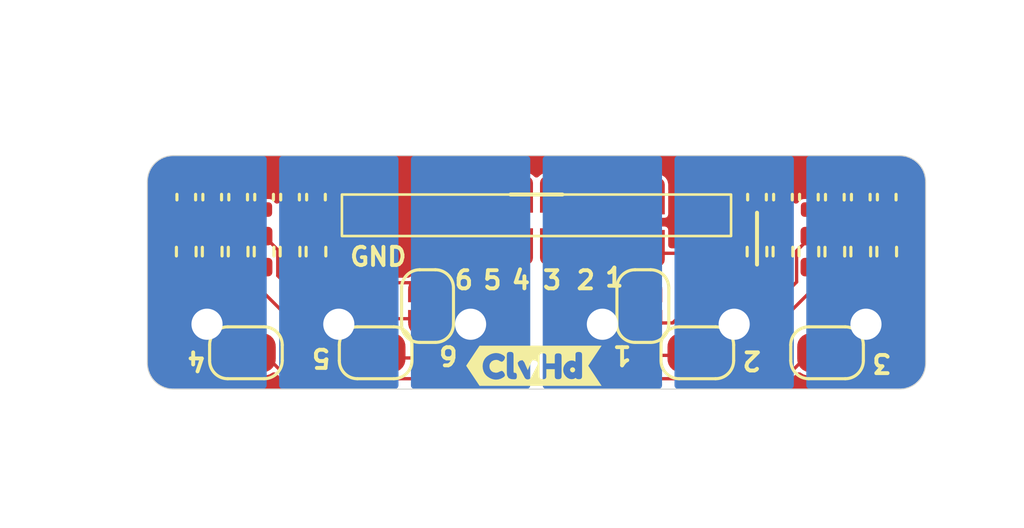
<source format=kicad_pcb>
(kicad_pcb (version 20240108) (generator "pcbnew") (generator_version "8.0")
  (title_block (title "ELectrodes") (date "2023-12-25") (rev "1.0") (company "Aightech"))
  (layers (0 "F.Cu" signal "Front") (1 "In1.Cu" signal) (2 "In2.Cu" signal) (31 "B.Cu" signal "Back") (34 "B.Paste" user) (35 "F.Paste" user) (36 "B.SilkS" user "B.Silkscreen") (37 "F.SilkS" user "F.Silkscreen") (38 "B.Mask" user) (39 "F.Mask" user) (44 "Edge.Cuts" user))
  (net 0 "")
  (net 1 "/IN6")
  (net 2 "/IN5")
  (net 3 "/IN4")
  (net 4 "/IN3")
  (net 5 "/IN2")
  (net 6 "/IN1")
  (net 7 "Net-(C1-Pad1)")
  (net 8 "Net-(C3-Pad1)")
  (net 9 "GND")
  (net 10 "Net-(C5-Pad1)")
  (net 11 "Net-(C7-Pad1)")
  (net 12 "Net-(C9-Pad1)")
  (net 13 "Net-(C11-Pad1)")
  (net 14 "/filtering_1/ELECTRODE")
  (net 15 "/filtering_2/ELECTRODE")
  (net 16 "/filtering_3/ELECTRODE")
  (net 17 "/filtering_4/ELECTRODE")
  (net 18 "/filtering_5/ELECTRODE")
  (net 19 "/filtering_6/ELECTRODE")
  (footprint "00_custom-footprints:SolderWirePad_1x01_SMD_1x2mm" (layer "F.Cu") (at 31.905 28.7 180)
    (property "Reference" "J14" (hide yes))
    (property "Value" "Conn_01x01_Pin" (hide yes))
    (pad "1" smd custom (at 0 -0.5 180) (size 1 1) (layers "F.Cu" "F.Mask") (net 5 "/IN2") (options (clearance outline) (anchor circle)) (primitives (gr_rect (start -0.5 0.15) (end 0.5 0.9) (width 0) (fill yes)) (gr_poly (pts (xy -0.5 -0.25) (xy -0.48097 -0.345671) (xy -0.426777 -0.426777) (xy -0.345671 -0.48097) (xy -0.25 -0.5) (xy 0.25 -0.5) (xy 0.345671 -0.48097) (xy 0.426777 -0.426777) (xy 0.48097 -0.345671) (xy 0.5 -0.25) (xy 0.5 0.25) (xy 0.48097 0.345671) (xy 0.426777 0.426777) (xy 0.345671 0.48097) (xy 0.25 0.5) (xy -0.25 0.5) (xy -0.345671 0.48097) (xy -0.426777 0.426777) (xy -0.48097 0.345671) (xy -0.5 0.25)) (width 0) (fill yes))))
  )
  (footprint "00_custom-footprints:SolderWirePad_1x01_SMD_1x2mm" (layer "F.Cu") (at 29.365 27.3)
    (property "Reference" "J4" (hide yes))
    (property "Value" "Conn_01x01_Pin" (hide yes))
    (pad "1" smd custom (at 0 -0.5) (size 1 1) (layers "F.Cu" "F.Mask") (net 3 "/IN4") (options (clearance outline) (anchor circle)) (primitives (gr_rect (start -0.5 0.15) (end 0.5 0.9) (width 0) (fill yes)) (gr_poly (pts (xy -0.5 -0.25) (xy -0.48097 -0.345671) (xy -0.426777 -0.426777) (xy -0.345671 -0.48097) (xy -0.25 -0.5) (xy 0.25 -0.5) (xy 0.345671 -0.48097) (xy 0.426777 -0.426777) (xy 0.48097 -0.345671) (xy 0.5 -0.25) (xy 0.5 0.25) (xy 0.48097 0.345671) (xy 0.426777 0.426777) (xy 0.345671 0.48097) (xy 0.25 0.5) (xy -0.25 0.5) (xy -0.345671 0.48097) (xy -0.426777 0.426777) (xy -0.48097 0.345671) (xy -0.5 0.25)) (width 0) (fill yes))))
  )
  (footprint "Capacitor_SMD:C_0402_1005Metric" (layer "F.Cu") (at 18.499999 27.1 90)
    (property "Reference" "C9" (hide yes))
    (property "Value" "C" (hide yes))
    (pad "1" smd roundrect (at -0.48 0 90) (size 0.56 0.62) (layers "F.Cu" "F.Paste" "F.Mask") (net 12 "Net-(C9-Pad1)"))
    (pad "2" smd roundrect (at 0.48 0 90) (size 0.56 0.62) (layers "F.Cu" "F.Paste" "F.Mask") (net 9 "GND"))
  )
  (footprint "Resistor_SMD:R_0402_1005Metric_Pad0.72x0.64mm_HandSolder" (layer "F.Cu") (at 42.499999 29.2 90)
    (property "Reference" "R6" (hide yes))
    (property "Value" "R" (hide yes))
    (pad "1" smd roundrect (at -0.5975 0 90) (size 0.715 0.64) (layers "F.Cu" "F.Paste" "F.Mask") (net 10 "Net-(C5-Pad1)"))
    (pad "2" smd roundrect (at 0.5975 0 90) (size 0.715 0.64) (layers "F.Cu" "F.Paste" "F.Mask") (net 4 "/IN3"))
  )
  (footprint "Capacitor_SMD:C_0402_1005Metric" (layer "F.Cu") (at 38.499999 27.1 90)
    (property "Reference" "C2" (hide yes))
    (property "Value" "C" (hide yes))
    (pad "1" smd roundrect (at -0.48 0 90) (size 0.56 0.62) (layers "F.Cu" "F.Paste" "F.Mask") (net 6 "/IN1"))
    (pad "2" smd roundrect (at 0.48 0 90) (size 0.56 0.62) (layers "F.Cu" "F.Paste" "F.Mask") (net 9 "GND"))
  )
  (footprint "Jumper:SolderJumper-2_P1.3mm_Bridged_RoundedPad1.0x1.5mm" (layer "F.Cu") (at 36.199999 33.1 180)
    (property "Reference" "JP2" (hide yes))
    (property "Value" "SolderJumper_2_Bridged" (hide yes))
    (fp_poly (pts (xy 0.25 -0.3) (xy -0.25 -0.3) (xy -0.25 0.3) (xy 0.25 0.3)) (fill solid) (layer "F.Cu"))
    (pad "1" smd custom (at -0.649999 0 180) (size 1 0.5) (layers "F.Cu" "F.Mask") (net 15 "/filtering_2/ELECTRODE") (options (clearance outline) (anchor rect)) (primitives (gr_circle (center 0 0.25) (end 0.5 0.25) (width 0) (fill yes)) (gr_circle (center 0 -0.25) (end 0.5 -0.25) (width 0) (fill yes)) (gr_poly (pts (xy 0.5 0.75) (xy 0 0.75) (xy 0 -0.75) (xy 0.5 -0.75)) (width 0) (fill yes))))
    (pad "2" smd custom (at 0.649999 0 180) (size 1 0.5) (layers "F.Cu" "F.Mask") (net 5 "/IN2") (options (clearance outline) (anchor rect)) (primitives (gr_circle (center 0 0.25) (end 0.5 0.25) (width 0) (fill yes)) (gr_circle (center 0 -0.25) (end 0.5 -0.25) (width 0) (fill yes)) (gr_poly (pts (xy 0 0.75) (xy -0.5 0.75) (xy -0.5 -0.75) (xy 0 -0.75)) (width 0) (fill yes))))
  )
  (footprint "00_custom-footprints:SolderWirePad_1x01_SMD_1x2mm" (layer "F.Cu") (at 25.555 28.765 180)
    (property "Reference" "J9" (hide yes))
    (property "Value" "Conn_01x01_Pin" (hide yes))
    (pad "1" smd custom (at 0 -0.5 180) (size 1 1) (layers "F.Cu" "F.Mask") (net 9 "GND") (options (clearance outline) (anchor circle)) (primitives (gr_rect (start -0.5 0.15) (end 0.5 0.9) (width 0) (fill yes)) (gr_poly (pts (xy -0.5 -0.25) (xy -0.48097 -0.345671) (xy -0.426777 -0.426777) (xy -0.345671 -0.48097) (xy -0.25 -0.5) (xy 0.25 -0.5) (xy 0.345671 -0.48097) (xy 0.426777 -0.426777) (xy 0.48097 -0.345671) (xy 0.5 -0.25) (xy 0.5 0.25) (xy 0.48097 0.345671) (xy 0.426777 0.426777) (xy 0.345671 0.48097) (xy 0.25 0.5) (xy -0.25 0.5) (xy -0.345671 0.48097) (xy -0.426777 0.426777) (xy -0.48097 0.345671) (xy -0.5 0.25)) (width 0) (fill yes))))
  )
  (footprint "Capacitor_SMD:C_0402_1005Metric" (layer "F.Cu") (at 43.499999 27.1 90)
    (property "Reference" "C5" (hide yes))
    (property "Value" "C" (hide yes))
    (pad "1" smd roundrect (at -0.48 0 90) (size 0.56 0.62) (layers "F.Cu" "F.Paste" "F.Mask") (net 10 "Net-(C5-Pad1)"))
    (pad "2" smd roundrect (at 0.48 0 90) (size 0.56 0.62) (layers "F.Cu" "F.Paste" "F.Mask") (net 9 "GND"))
  )
  (footprint "00_custom-footprints:SolderWirePad_1x01_SMD_1x2mm" (layer "F.Cu") (at 26.825 27.3)
    (property "Reference" "J2" (hide yes))
    (property "Value" "Conn_01x01_Pin" (hide yes))
    (pad "1" smd custom (at 0 -0.5) (size 1 1) (layers "F.Cu" "F.Mask") (net 1 "/IN6") (options (clearance outline) (anchor circle)) (primitives (gr_rect (start -0.5 0.15) (end 0.5 0.9) (width 0) (fill yes)) (gr_poly (pts (xy -0.5 -0.25) (xy -0.48097 -0.345671) (xy -0.426777 -0.426777) (xy -0.345671 -0.48097) (xy -0.25 -0.5) (xy 0.25 -0.5) (xy 0.345671 -0.48097) (xy 0.426777 -0.426777) (xy 0.48097 -0.345671) (xy 0.5 -0.25) (xy 0.5 0.25) (xy 0.48097 0.345671) (xy 0.426777 0.426777) (xy 0.345671 0.48097) (xy 0.25 0.5) (xy -0.25 0.5) (xy -0.345671 0.48097) (xy -0.426777 0.426777) (xy -0.48097 0.345671) (xy -0.5 0.25)) (width 0) (fill yes))))
  )
  (footprint "Capacitor_SMD:C_0402_1005Metric" (layer "F.Cu") (at 17.499999 27.1 90)
    (property "Reference" "C8" (hide yes))
    (property "Value" "C" (hide yes))
    (pad "1" smd roundrect (at -0.48 0 90) (size 0.56 0.62) (layers "F.Cu" "F.Paste" "F.Mask") (net 3 "/IN4"))
    (pad "2" smd roundrect (at 0.48 0 90) (size 0.56 0.62) (layers "F.Cu" "F.Paste" "F.Mask") (net 9 "GND"))
  )
  (footprint "00_custom-footprints:Pin_D1.2mm_pogo" (layer "F.Cu") (at 32.539999 32)
    (property "Reference" "J17" (hide yes))
    (property "Value" "Conn_01x01_Pin" (hide yes))
    (pad "1" thru_hole circle (at 0 0) (size 1.8 1.8) (drill 1.2) (layers "*.Cu" "*.Mask") (net 14 "/filtering_1/ELECTRODE"))
  )
  (footprint "Resistor_SMD:R_0402_1005Metric_Pad0.72x0.64mm_HandSolder" (layer "F.Cu") (at 16.499999 29.2 90)
    (property "Reference" "R7" (hide yes))
    (property "Value" "R" (hide yes))
    (pad "1" smd roundrect (at -0.5975 0 90) (size 0.715 0.64) (layers "F.Cu" "F.Paste" "F.Mask") (net 17 "/filtering_4/ELECTRODE"))
    (pad "2" smd roundrect (at 0.5975 0 90) (size 0.715 0.64) (layers "F.Cu" "F.Paste" "F.Mask") (net 11 "Net-(C7-Pad1)"))
  )
  (footprint "00_custom-footprints:Pin_D1.2mm_pogo" (layer "F.Cu") (at 22.379999 32)
    (property "Reference" "J21" (hide yes))
    (property "Value" "Conn_01x01_Pin" (hide yes))
    (pad "1" thru_hole circle (at 0 0) (size 1.8 1.8) (drill 1.2) (layers "*.Cu" "*.Mask") (net 18 "/filtering_5/ELECTRODE"))
  )
  (footprint "Resistor_SMD:R_0402_1005Metric_Pad0.72x0.64mm_HandSolder" (layer "F.Cu") (at 21.499999 29.2 90)
    (property "Reference" "R12" (hide yes))
    (property "Value" "R" (hide yes))
    (pad "1" smd roundrect (at -0.5975 0 90) (size 0.715 0.64) (layers "F.Cu" "F.Paste" "F.Mask") (net 13 "Net-(C11-Pad1)"))
    (pad "2" smd roundrect (at 0.5975 0 90) (size 0.715 0.64) (layers "F.Cu" "F.Paste" "F.Mask") (net 1 "/IN6"))
  )
  (footprint "Capacitor_SMD:C_0402_1005Metric" (layer "F.Cu") (at 40.499999 27.1 90)
    (property "Reference" "C4" (hide yes))
    (property "Value" "C" (hide yes))
    (pad "1" smd roundrect (at -0.48 0 90) (size 0.56 0.62) (layers "F.Cu" "F.Paste" "F.Mask") (net 5 "/IN2"))
    (pad "2" smd roundrect (at 0.48 0 90) (size 0.56 0.62) (layers "F.Cu" "F.Paste" "F.Mask") (net 9 "GND"))
  )
  (footprint "00_custom-footprints:SolderWirePad_1x01_SMD_1x2mm" (layer "F.Cu") (at 29.365 28.7 180)
    (property "Reference" "J12" (hide yes))
    (property "Value" "Conn_01x01_Pin" (hide yes))
    (pad "1" smd custom (at 0 -0.5 180) (size 1 1) (layers "F.Cu" "F.Mask") (net 3 "/IN4") (options (clearance outline) (anchor circle)) (primitives (gr_rect (start -0.5 0.15) (end 0.5 0.9) (width 0) (fill yes)) (gr_poly (pts (xy -0.5 -0.25) (xy -0.48097 -0.345671) (xy -0.426777 -0.426777) (xy -0.345671 -0.48097) (xy -0.25 -0.5) (xy 0.25 -0.5) (xy 0.345671 -0.48097) (xy 0.426777 -0.426777) (xy 0.48097 -0.345671) (xy 0.5 -0.25) (xy 0.5 0.25) (xy 0.48097 0.345671) (xy 0.426777 0.426777) (xy 0.345671 0.48097) (xy 0.25 0.5) (xy -0.25 0.5) (xy -0.345671 0.48097) (xy -0.426777 0.426777) (xy -0.48097 0.345671) (xy -0.5 0.25)) (width 0) (fill yes))))
  )
  (footprint "kibuzzard-66BB0EE4" (layer "F.Cu") (at 29.899999 33.6)
    (property "Reference" "kibuzzard-66BB0EE4" (hide yes))
    (property "Value" "G***" (hide yes))
  )
  (footprint "Jumper:SolderJumper-2_P1.3mm_Bridged_RoundedPad1.0x1.5mm" (layer "F.Cu") (at 23.799999 33.1)
    (property "Reference" "JP5" (hide yes))
    (property "Value" "SolderJumper_2_Bridged" (hide yes))
    (fp_poly (pts (xy 0.25 -0.3) (xy -0.25 -0.3) (xy -0.25 0.3) (xy 0.25 0.3)) (fill solid) (layer "F.Cu"))
    (pad "1" smd custom (at -0.649999 0) (size 1 0.5) (layers "F.Cu" "F.Mask") (net 18 "/filtering_5/ELECTRODE") (options (clearance outline) (anchor rect)) (primitives (gr_circle (center 0 0.25) (end 0.5 0.25) (width 0) (fill yes)) (gr_circle (center 0 -0.25) (end 0.5 -0.25) (width 0) (fill yes)) (gr_poly (pts (xy 0.5 0.75) (xy 0 0.75) (xy 0 -0.75) (xy 0.5 -0.75)) (width 0) (fill yes))))
    (pad "2" smd custom (at 0.649999 0) (size 1 0.5) (layers "F.Cu" "F.Mask") (net 2 "/IN5") (options (clearance outline) (anchor rect)) (primitives (gr_circle (center 0 0.25) (end 0.5 0.25) (width 0) (fill yes)) (gr_circle (center 0 -0.25) (end 0.5 -0.25) (width 0) (fill yes)) (gr_poly (pts (xy 0 0.75) (xy -0.5 0.75) (xy -0.5 -0.75) (xy 0 -0.75)) (width 0) (fill yes))))
  )
  (footprint "Resistor_SMD:R_0402_1005Metric_Pad0.72x0.64mm_HandSolder" (layer "F.Cu") (at 18.499999 29.2 90)
    (property "Reference" "R9" (hide yes))
    (property "Value" "R" (hide yes))
    (pad "1" smd roundrect (at -0.5975 0 90) (size 0.715 0.64) (layers "F.Cu" "F.Paste" "F.Mask") (net 18 "/filtering_5/ELECTRODE"))
    (pad "2" smd roundrect (at 0.5975 0 90) (size 0.715 0.64) (layers "F.Cu" "F.Paste" "F.Mask") (net 12 "Net-(C9-Pad1)"))
  )
  (footprint "00_custom-footprints:SolderWirePad_1x01_SMD_1x2mm" (layer "F.Cu") (at 30.635 28.7 180)
    (property "Reference" "J13" (hide yes))
    (property "Value" "Conn_01x01_Pin" (hide yes))
    (pad "1" smd custom (at 0 -0.5 180) (size 1 1) (layers "F.Cu" "F.Mask") (net 4 "/IN3") (options (clearance outline) (anchor circle)) (primitives (gr_rect (start -0.5 0.15) (end 0.5 0.9) (width 0) (fill yes)) (gr_poly (pts (xy -0.5 -0.25) (xy -0.48097 -0.345671) (xy -0.426777 -0.426777) (xy -0.345671 -0.48097) (xy -0.25 -0.5) (xy 0.25 -0.5) (xy 0.345671 -0.48097) (xy 0.426777 -0.426777) (xy 0.48097 -0.345671) (xy 0.5 -0.25) (xy 0.5 0.25) (xy 0.48097 0.345671) (xy 0.426777 0.426777) (xy 0.345671 0.48097) (xy 0.25 0.5) (xy -0.25 0.5) (xy -0.345671 0.48097) (xy -0.426777 0.426777) (xy -0.48097 0.345671) (xy -0.5 0.25)) (width 0) (fill yes))))
  )
  (footprint "00_custom-footprints:SolderWirePad_1x01_SMD_1x2mm" (layer "F.Cu") (at 34.445 28.765 180)
    (property "Reference" "J16" (hide yes))
    (property "Value" "Conn_01x01_Pin" (hide yes))
    (pad "1" smd custom (at 0 -0.5 180) (size 1 1) (layers "F.Cu" "F.Mask") (net 6 "/IN1") (options (clearance outline) (anchor circle)) (primitives (gr_rect (start -0.5 0.15) (end 0.5 0.9) (width 0) (fill yes)) (gr_poly (pts (xy -0.5 -0.25) (xy -0.48097 -0.345671) (xy -0.426777 -0.426777) (xy -0.345671 -0.48097) (xy -0.25 -0.5) (xy 0.25 -0.5) (xy 0.345671 -0.48097) (xy 0.426777 -0.426777) (xy 0.48097 -0.345671) (xy 0.5 -0.25) (xy 0.5 0.25) (xy 0.48097 0.345671) (xy 0.426777 0.426777) (xy 0.345671 0.48097) (xy 0.25 0.5) (xy -0.25 0.5) (xy -0.345671 0.48097) (xy -0.426777 0.426777) (xy -0.48097 0.345671) (xy -0.5 0.25)) (width 0) (fill yes))))
  )
  (footprint "Capacitor_SMD:C_0402_1005Metric" (layer "F.Cu") (at 39.499999 27.1 90)
    (property "Reference" "C1" (hide yes))
    (property "Value" "C" (hide yes))
    (pad "1" smd roundrect (at -0.48 0 90) (size 0.56 0.62) (layers "F.Cu" "F.Paste" "F.Mask") (net 7 "Net-(C1-Pad1)"))
    (pad "2" smd roundrect (at 0.48 0 90) (size 0.56 0.62) (layers "F.Cu" "F.Paste" "F.Mask") (net 9 "GND"))
  )
  (footprint "Resistor_SMD:R_0402_1005Metric_Pad0.72x0.64mm_HandSolder" (layer "F.Cu") (at 20.499999 29.2 90)
    (property "Reference" "R11" (hide yes))
    (property "Value" "R" (hide yes))
    (pad "1" smd roundrect (at -0.5975 0 90) (size 0.715 0.64) (layers "F.Cu" "F.Paste" "F.Mask") (net 19 "/filtering_6/ELECTRODE"))
    (pad "2" smd roundrect (at 0.5975 0 90) (size 0.715 0.64) (layers "F.Cu" "F.Paste" "F.Mask") (net 13 "Net-(C11-Pad1)"))
  )
  (footprint "Resistor_SMD:R_0402_1005Metric_Pad0.72x0.64mm_HandSolder" (layer "F.Cu") (at 19.499999 29.2 90)
    (property "Reference" "R10" (hide yes))
    (property "Value" "R" (hide yes))
    (pad "1" smd roundrect (at -0.5975 0 90) (size 0.715 0.64) (layers "F.Cu" "F.Paste" "F.Mask") (net 12 "Net-(C9-Pad1)"))
    (pad "2" smd roundrect (at 0.5975 0 90) (size 0.715 0.64) (layers "F.Cu" "F.Paste" "F.Mask") (net 2 "/IN5"))
  )
  (footprint "Capacitor_SMD:C_0402_1005Metric" (layer "F.Cu") (at 42.499999 27.1 90)
    (property "Reference" "C6" (hide yes))
    (property "Value" "C" (hide yes))
    (pad "1" smd roundrect (at -0.48 0 90) (size 0.56 0.62) (layers "F.Cu" "F.Paste" "F.Mask") (net 4 "/IN3"))
    (pad "2" smd roundrect (at 0.48 0 90) (size 0.56 0.62) (layers "F.Cu" "F.Paste" "F.Mask") (net 9 "GND"))
  )
  (footprint "Resistor_SMD:R_0402_1005Metric_Pad0.72x0.64mm_HandSolder" (layer "F.Cu") (at 38.499999 29.2 90)
    (property "Reference" "R2" (hide yes))
    (property "Value" "R" (hide yes))
    (pad "1" smd roundrect (at -0.5975 0 90) (size 0.715 0.64) (layers "F.Cu" "F.Paste" "F.Mask") (net 7 "Net-(C1-Pad1)"))
    (pad "2" smd roundrect (at 0.5975 0 90) (size 0.715 0.64) (layers "F.Cu" "F.Paste" "F.Mask") (net 6 "/IN1"))
  )
  (footprint "Resistor_SMD:R_0402_1005Metric_Pad0.72x0.64mm_HandSolder" (layer "F.Cu") (at 40.499999 29.2 90)
    (property "Reference" "R4" (hide yes))
    (property "Value" "R" (hide yes))
    (pad "1" smd roundrect (at -0.5975 0 90) (size 0.715 0.64) (layers "F.Cu" "F.Paste" "F.Mask") (net 8 "Net-(C3-Pad1)"))
    (pad "2" smd roundrect (at 0.5975 0 90) (size 0.715 0.64) (layers "F.Cu" "F.Paste" "F.Mask") (net 5 "/IN2"))
  )
  (footprint "00_custom-footprints:SolderWirePad_1x01_SMD_1x2mm" (layer "F.Cu") (at 25.555 27.365)
    (property "Reference" "J1" (hide yes))
    (property "Value" "Conn_01x01_Pin" (hide yes))
    (pad "1" smd custom (at 0 -0.5) (size 1 1) (layers "F.Cu" "F.Mask") (net 9 "GND") (options (clearance outline) (anchor circle)) (primitives (gr_rect (start -0.5 0.15) (end 0.5 0.9) (width 0) (fill yes)) (gr_poly (pts (xy -0.5 -0.25) (xy -0.48097 -0.345671) (xy -0.426777 -0.426777) (xy -0.345671 -0.48097) (xy -0.25 -0.5) (xy 0.25 -0.5) (xy 0.345671 -0.48097) (xy 0.426777 -0.426777) (xy 0.48097 -0.345671) (xy 0.5 -0.25) (xy 0.5 0.25) (xy 0.48097 0.345671) (xy 0.426777 0.426777) (xy 0.345671 0.48097) (xy 0.25 0.5) (xy -0.25 0.5) (xy -0.345671 0.48097) (xy -0.426777 0.426777) (xy -0.48097 0.345671) (xy -0.5 0.25)) (width 0) (fill yes))))
  )
  (footprint "Capacitor_SMD:C_0402_1005Metric" (layer "F.Cu") (at 16.499999 27.1 90)
    (property "Reference" "C7" (hide yes))
    (property "Value" "C" (hide yes))
    (pad "1" smd roundrect (at -0.48 0 90) (size 0.56 0.62) (layers "F.Cu" "F.Paste" "F.Mask") (net 11 "Net-(C7-Pad1)"))
    (pad "2" smd roundrect (at 0.48 0 90) (size 0.56 0.62) (layers "F.Cu" "F.Paste" "F.Mask") (net 9 "GND"))
  )
  (footprint "Capacitor_SMD:C_0402_1005Metric" (layer "F.Cu") (at 41.499999 27.1025 90)
    (property "Reference" "C3" (hide yes))
    (property "Value" "C" (hide yes))
    (pad "1" smd roundrect (at -0.48 0 90) (size 0.56 0.62) (layers "F.Cu" "F.Paste" "F.Mask") (net 8 "Net-(C3-Pad1)"))
    (pad "2" smd roundrect (at 0.48 0 90) (size 0.56 0.62) (layers "F.Cu" "F.Paste" "F.Mask") (net 9 "GND"))
  )
  (footprint "Resistor_SMD:R_0402_1005Metric_Pad0.72x0.64mm_HandSolder" (layer "F.Cu") (at 39.499999 29.2 90)
    (property "Reference" "R1" (hide yes))
    (property "Value" "R" (hide yes))
    (pad "1" smd roundrect (at -0.5975 0 90) (size 0.715 0.64) (layers "F.Cu" "F.Paste" "F.Mask") (net 14 "/filtering_1/ELECTRODE"))
    (pad "2" smd roundrect (at 0.5975 0 90) (size 0.715 0.64) (layers "F.Cu" "F.Paste" "F.Mask") (net 7 "Net-(C1-Pad1)"))
  )
  (footprint "00_custom-footprints:SolderWirePad_1x01_SMD_1x2mm" (layer "F.Cu") (at 26.825 28.7 180)
    (property "Reference" "J10" (hide yes))
    (property "Value" "Conn_01x01_Pin" (hide yes))
    (pad "1" smd custom (at 0 -0.5 180) (size 1 1) (layers "F.Cu" "F.Mask") (net 1 "/IN6") (options (clearance outline) (anchor circle)) (primitives (gr_rect (start -0.5 0.15) (end 0.5 0.9) (width 0) (fill yes)) (gr_poly (pts (xy -0.5 -0.25) (xy -0.48097 -0.345671) (xy -0.426777 -0.426777) (xy -0.345671 -0.48097) (xy -0.25 -0.5) (xy 0.25 -0.5) (xy 0.345671 -0.48097) (xy 0.426777 -0.426777) (xy 0.48097 -0.345671) (xy 0.5 -0.25) (xy 0.5 0.25) (xy 0.48097 0.345671) (xy 0.426777 0.426777) (xy 0.345671 0.48097) (xy 0.25 0.5) (xy -0.25 0.5) (xy -0.345671 0.48097) (xy -0.426777 0.426777) (xy -0.48097 0.345671) (xy -0.5 0.25)) (width 0) (fill yes))))
  )
  (footprint "00_custom-footprints:SolderWirePad_1x01_SMD_1x2mm" (layer "F.Cu") (at 33.175 28.7 180)
    (property "Reference" "J15" (hide yes))
    (property "Value" "Conn_01x01_Pin" (hide yes))
    (pad "1" smd custom (at 0 -0.5 180) (size 1 1) (layers "F.Cu" "F.Mask") (net 6 "/IN1") (options (clearance outline) (anchor circle)) (primitives (gr_rect (start -0.5 0.15) (end 0.5 0.9) (width 0) (fill yes)) (gr_poly (pts (xy -0.5 -0.25) (xy -0.48097 -0.345671) (xy -0.426777 -0.426777) (xy -0.345671 -0.48097) (xy -0.25 -0.5) (xy 0.25 -0.5) (xy 0.345671 -0.48097) (xy 0.426777 -0.426777) (xy 0.48097 -0.345671) (xy 0.5 -0.25) (xy 0.5 0.25) (xy 0.48097 0.345671) (xy 0.426777 0.426777) (xy 0.345671 0.48097) (xy 0.25 0.5) (xy -0.25 0.5) (xy -0.345671 0.48097) (xy -0.426777 0.426777) (xy -0.48097 0.345671) (xy -0.5 0.25)) (width 0) (fill yes))))
  )
  (footprint "Resistor_SMD:R_0402_1005Metric_Pad0.72x0.64mm_HandSolder" (layer "F.Cu") (at 17.499999 29.2 90)
    (property "Reference" "R8" (hide yes))
    (property "Value" "R" (hide yes))
    (pad "1" smd roundrect (at -0.5975 0 90) (size 0.715 0.64) (layers "F.Cu" "F.Paste" "F.Mask") (net 11 "Net-(C7-Pad1)"))
    (pad "2" smd roundrect (at 0.5975 0 90) (size 0.715 0.64) (layers "F.Cu" "F.Paste" "F.Mask") (net 3 "/IN4"))
  )
  (footprint "00_custom-footprints:Pin_D1.2mm_pogo" (layer "F.Cu") (at 17.299999 32)
    (property "Reference" "J20" (hide yes))
    (property "Value" "Conn_01x01_Pin" (hide yes))
    (pad "1" thru_hole circle (at 0 0) (size 1.8 1.8) (drill 1.2) (layers "*.Cu" "*.Mask") (net 17 "/filtering_4/ELECTRODE"))
  )
  (footprint "Capacitor_SMD:C_0402_1005Metric" (layer "F.Cu") (at 20.499999 27.1 90)
    (property "Reference" "C11" (hide yes))
    (property "Value" "C" (hide yes))
    (pad "1" smd roundrect (at -0.48 0 90) (size 0.56 0.62) (layers "F.Cu" "F.Paste" "F.Mask") (net 13 "Net-(C11-Pad1)"))
    (pad "2" smd roundrect (at 0.48 0 90) (size 0.56 0.62) (layers "F.Cu" "F.Paste" "F.Mask") (net 9 "GND"))
  )
  (footprint "00_custom-footprints:SolderWirePad_1x01_SMD_1x2mm" (layer "F.Cu") (at 30.635 27.3)
    (property "Reference" "J5" (hide yes))
    (property "Value" "Conn_01x01_Pin" (hide yes))
    (pad "1" smd custom (at 0 -0.5) (size 1 1) (layers "F.Cu" "F.Mask") (net 4 "/IN3") (options (clearance outline) (anchor circle)) (primitives (gr_rect (start -0.5 0.15) (end 0.5 0.9) (width 0) (fill yes)) (gr_poly (pts (xy -0.5 -0.25) (xy -0.48097 -0.345671) (xy -0.426777 -0.426777) (xy -0.345671 -0.48097) (xy -0.25 -0.5) (xy 0.25 -0.5) (xy 0.345671 -0.48097) (xy 0.426777 -0.426777) (xy 0.48097 -0.345671) (xy 0.5 -0.25) (xy 0.5 0.25) (xy 0.48097 0.345671) (xy 0.426777 0.426777) (xy 0.345671 0.48097) (xy 0.25 0.5) (xy -0.25 0.5) (xy -0.345671 0.48097) (xy -0.426777 0.426777) (xy -0.48097 0.345671) (xy -0.5 0.25)) (width 0) (fill yes))))
  )
  (footprint "Capacitor_SMD:C_0402_1005Metric" (layer "F.Cu") (at 21.499999 27.1 90)
    (property "Reference" "C12" (hide yes))
    (property "Value" "C" (hide yes))
    (pad "1" smd roundrect (at -0.48 0 90) (size 0.56 0.62) (layers "F.Cu" "F.Paste" "F.Mask") (net 1 "/IN6"))
    (pad "2" smd roundrect (at 0.48 0 90) (size 0.56 0.62) (layers "F.Cu" "F.Paste" "F.Mask") (net 9 "GND"))
  )
  (footprint "00_custom-footprints:SolderWirePad_1x01_SMD_1x2mm" (layer "F.Cu") (at 33.175 27.3)
    (property "Reference" "J7" (hide yes))
    (property "Value" "Conn_01x01_Pin" (hide yes))
    (pad "1" smd custom (at 0 -0.5) (size 1 1) (layers "F.Cu" "F.Mask") (net 6 "/IN1") (options (clearance outline) (anchor circle)) (primitives (gr_rect (start -0.5 0.15) (end 0.5 0.9) (width 0) (fill yes)) (gr_poly (pts (xy -0.5 -0.25) (xy -0.48097 -0.345671) (xy -0.426777 -0.426777) (xy -0.345671 -0.48097) (xy -0.25 -0.5) (xy 0.25 -0.5) (xy 0.345671 -0.48097) (xy 0.426777 -0.426777) (xy 0.48097 -0.345671) (xy 0.5 -0.25) (xy 0.5 0.25) (xy 0.48097 0.345671) (xy 0.426777 0.426777) (xy 0.345671 0.48097) (xy 0.25 0.5) (xy -0.25 0.5) (xy -0.345671 0.48097) (xy -0.426777 0.426777) (xy -0.48097 0.345671) (xy -0.5 0.25)) (width 0) (fill yes))))
  )
  (footprint "Jumper:SolderJumper-2_P1.3mm_Bridged_RoundedPad1.0x1.5mm" (layer "F.Cu") (at 41.199999 33.1 180)
    (property "Reference" "JP3" (hide yes))
    (property "Value" "SolderJumper_2_Bridged" (hide yes))
    (fp_poly (pts (xy 0.25 -0.3) (xy -0.25 -0.3) (xy -0.25 0.3) (xy 0.25 0.3)) (fill solid) (layer "F.Cu"))
    (pad "1" smd custom (at -0.649999 0 180) (size 1 0.5) (layers "F.Cu" "F.Mask") (net 16 "/filtering_3/ELECTRODE") (options (clearance outline) (anchor rect)) (primitives (gr_circle (center 0 0.25) (end 0.5 0.25) (width 0) (fill yes)) (gr_circle (center 0 -0.25) (end 0.5 -0.25) (width 0) (fill yes)) (gr_poly (pts (xy 0.5 0.75) (xy 0 0.75) (xy 0 -0.75) (xy 0.5 -0.75)) (width 0) (fill yes))))
    (pad "2" smd custom (at 0.649999 0 180) (size 1 0.5) (layers "F.Cu" "F.Mask") (net 4 "/IN3") (options (clearance outline) (anchor rect)) (primitives (gr_circle (center 0 0.25) (end 0.5 0.25) (width 0) (fill yes)) (gr_circle (center 0 -0.25) (end 0.5 -0.25) (width 0) (fill yes)) (gr_poly (pts (xy 0 0.75) (xy -0.5 0.75) (xy -0.5 -0.75) (xy 0 -0.75)) (width 0) (fill yes))))
  )
  (footprint "00_custom-footprints:SolderWirePad_1x01_SMD_1x2mm" (layer "F.Cu") (at 28.095 27.3)
    (property "Reference" "J3" (hide yes))
    (property "Value" "Conn_01x01_Pin" (hide yes))
    (pad "1" smd custom (at 0 -0.5) (size 1 1) (layers "F.Cu" "F.Mask") (net 2 "/IN5") (options (clearance outline) (anchor circle)) (primitives (gr_rect (start -0.5 0.15) (end 0.5 0.9) (width 0) (fill yes)) (gr_poly (pts (xy -0.5 -0.25) (xy -0.48097 -0.345671) (xy -0.426777 -0.426777) (xy -0.345671 -0.48097) (xy -0.25 -0.5) (xy 0.25 -0.5) (xy 0.345671 -0.48097) (xy 0.426777 -0.426777) (xy 0.48097 -0.345671) (xy 0.5 -0.25) (xy 0.5 0.25) (xy 0.48097 0.345671) (xy 0.426777 0.426777) (xy 0.345671 0.48097) (xy 0.25 0.5) (xy -0.25 0.5) (xy -0.345671 0.48097) (xy -0.426777 0.426777) (xy -0.48097 0.345671) (xy -0.5 0.25)) (width 0) (fill yes))))
  )
  (footprint "00_custom-footprints:Pin_D1.2mm_pogo" (layer "F.Cu") (at 37.619999 32)
    (property "Reference" "J18" (hide yes))
    (property "Value" "Conn_01x01_Pin" (hide yes))
    (pad "1" thru_hole circle (at 0 0) (size 1.8 1.8) (drill 1.2) (layers "*.Cu" "*.Mask") (net 15 "/filtering_2/ELECTRODE"))
  )
  (footprint "Capacitor_SMD:C_0402_1005Metric" (layer "F.Cu") (at 19.499999 27.1 90)
    (property "Reference" "C10" (hide yes))
    (property "Value" "C" (hide yes))
    (pad "1" smd roundrect (at -0.48 0 90) (size 0.56 0.62) (layers "F.Cu" "F.Paste" "F.Mask") (net 2 "/IN5"))
    (pad "2" smd roundrect (at 0.48 0 90) (size 0.56 0.62) (layers "F.Cu" "F.Paste" "F.Mask") (net 9 "GND"))
  )
  (footprint "00_custom-footprints:Pin_D1.2mm_pogo" (layer "F.Cu") (at 27.459999 32)
    (property "Reference" "J22" (hide yes))
    (property "Value" "Conn_01x01_Pin" (hide yes))
    (pad "1" thru_hole circle (at 0 0) (size 1.8 1.8) (drill 1.2) (layers "*.Cu" "*.Mask") (net 19 "/filtering_6/ELECTRODE"))
  )
  (footprint "Resistor_SMD:R_0402_1005Metric_Pad0.72x0.64mm_HandSolder" (layer "F.Cu") (at 41.499999 29.2025 90)
    (property "Reference" "R3" (hide yes))
    (property "Value" "R" (hide yes))
    (pad "1" smd roundrect (at -0.5975 0 90) (size 0.715 0.64) (layers "F.Cu" "F.Paste" "F.Mask") (net 15 "/filtering_2/ELECTRODE"))
    (pad "2" smd roundrect (at 0.5975 0 90) (size 0.715 0.64) (layers "F.Cu" "F.Paste" "F.Mask") (net 8 "Net-(C3-Pad1)"))
  )
  (footprint "00_custom-footprints:Pin_D1.2mm_pogo" (layer "F.Cu") (at 42.699999 32)
    (property "Reference" "J19" (hide yes))
    (property "Value" "Conn_01x01_Pin" (hide yes))
    (pad "1" thru_hole circle (at 0 0) (size 1.8 1.8) (drill 1.2) (layers "*.Cu" "*.Mask") (net 16 "/filtering_3/ELECTRODE"))
  )
  (footprint "00_custom-footprints:SolderWirePad_1x01_SMD_1x2mm" (layer "F.Cu") (at 28.095 28.7 180)
    (property "Reference" "J11" (hide yes))
    (property "Value" "Conn_01x01_Pin" (hide yes))
    (pad "1" smd custom (at 0 -0.5 180) (size 1 1) (layers "F.Cu" "F.Mask") (net 2 "/IN5") (options (clearance outline) (anchor circle)) (primitives (gr_rect (start -0.5 0.15) (end 0.5 0.9) (width 0) (fill yes)) (gr_poly (pts (xy -0.5 -0.25) (xy -0.48097 -0.345671) (xy -0.426777 -0.426777) (xy -0.345671 -0.48097) (xy -0.25 -0.5) (xy 0.25 -0.5) (xy 0.345671 -0.48097) (xy 0.426777 -0.426777) (xy 0.48097 -0.345671) (xy 0.5 -0.25) (xy 0.5 0.25) (xy 0.48097 0.345671) (xy 0.426777 0.426777) (xy 0.345671 0.48097) (xy 0.25 0.5) (xy -0.25 0.5) (xy -0.345671 0.48097) (xy -0.426777 0.426777) (xy -0.48097 0.345671) (xy -0.5 0.25)) (width 0) (fill yes))))
  )
  (footprint "Jumper:SolderJumper-2_P1.3mm_Bridged_RoundedPad1.0x1.5mm" (layer "F.Cu") (at 25.799999 31.3 90)
    (property "Reference" "JP6" (hide yes))
    (property "Value" "SolderJumper_2_Bridged" (hide yes))
    (fp_poly (pts (xy 0.25 -0.3) (xy -0.25 -0.3) (xy -0.25 0.3) (xy 0.25 0.3)) (fill solid) (layer "F.Cu"))
    (pad "1" smd custom (at -0.649999 0 90) (size 1 0.5) (layers "F.Cu" "F.Mask") (net 19 "/filtering_6/ELECTRODE") (options (clearance outline) (anchor rect)) (primitives (gr_circle (center 0 0.25) (end 0.5 0.25) (width 0) (fill yes)) (gr_circle (center 0 -0.25) (end 0.5 -0.25) (width 0) (fill yes)) (gr_poly (pts (xy 0.5 0.75) (xy 0 0.75) (xy 0 -0.75) (xy 0.5 -0.75)) (width 0) (fill yes))))
    (pad "2" smd custom (at 0.649999 0 90) (size 1 0.5) (layers "F.Cu" "F.Mask") (net 1 "/IN6") (options (clearance outline) (anchor rect)) (primitives (gr_circle (center 0 0.25) (end 0.5 0.25) (width 0) (fill yes)) (gr_circle (center 0 -0.25) (end 0.5 -0.25) (width 0) (fill yes)) (gr_poly (pts (xy 0 0.75) (xy -0.5 0.75) (xy -0.5 -0.75) (xy 0 -0.75)) (width 0) (fill yes))))
  )
  (footprint "00_custom-footprints:SolderWirePad_1x01_SMD_1x2mm" (layer "F.Cu") (at 31.905 27.3)
    (property "Reference" "J6" (hide yes))
    (property "Value" "Conn_01x01_Pin" (hide yes))
    (pad "1" smd custom (at 0 -0.5) (size 1 1) (layers "F.Cu" "F.Mask") (net 5 "/IN2") (options (clearance outline) (anchor circle)) (primitives (gr_rect (start -0.5 0.15) (end 0.5 0.9) (width 0) (fill yes)) (gr_poly (pts (xy -0.5 -0.25) (xy -0.48097 -0.345671) (xy -0.426777 -0.426777) (xy -0.345671 -0.48097) (xy -0.25 -0.5) (xy 0.25 -0.5) (xy 0.345671 -0.48097) (xy 0.426777 -0.426777) (xy 0.48097 -0.345671) (xy 0.5 -0.25) (xy 0.5 0.25) (xy 0.48097 0.345671) (xy 0.426777 0.426777) (xy 0.345671 0.48097) (xy 0.25 0.5) (xy -0.25 0.5) (xy -0.345671 0.48097) (xy -0.426777 0.426777) (xy -0.48097 0.345671) (xy -0.5 0.25)) (width 0) (fill yes))))
  )
  (footprint "00_custom-footprints:SolderWirePad_1x01_SMD_1x2mm" (layer "F.Cu") (at 34.445 27.365)
    (property "Reference" "J8" (hide yes))
    (property "Value" "Conn_01x01_Pin" (hide yes))
    (pad "1" smd custom (at 0 -0.5) (size 1 1) (layers "F.Cu" "F.Mask") (net 6 "/IN1") (options (clearance outline) (anchor circle)) (primitives (gr_rect (start -0.5 0.15) (end 0.5 0.9) (width 0) (fill yes)) (gr_poly (pts (xy -0.5 -0.25) (xy -0.48097 -0.345671) (xy -0.426777 -0.426777) (xy -0.345671 -0.48097) (xy -0.25 -0.5) (xy 0.25 -0.5) (xy 0.345671 -0.48097) (xy 0.426777 -0.426777) (xy 0.48097 -0.345671) (xy 0.5 -0.25) (xy 0.5 0.25) (xy 0.48097 0.345671) (xy 0.426777 0.426777) (xy 0.345671 0.48097) (xy 0.25 0.5) (xy -0.25 0.5) (xy -0.345671 0.48097) (xy -0.426777 0.426777) (xy -0.48097 0.345671) (xy -0.5 0.25)) (width 0) (fill yes))))
  )
  (footprint "Jumper:SolderJumper-2_P1.3mm_Bridged_RoundedPad1.0x1.5mm" (layer "F.Cu") (at 34.099999 31.3 90)
    (property "Reference" "JP1" (hide yes))
    (property "Value" "SolderJumper_2_Bridged" (hide yes))
    (fp_poly (pts (xy 0.25 -0.3) (xy -0.25 -0.3) (xy -0.25 0.3) (xy 0.25 0.3)) (fill solid) (layer "F.Cu"))
    (pad "1" smd custom (at -0.649999 0 90) (size 1 0.5) (layers "F.Cu" "F.Mask") (net 14 "/filtering_1/ELECTRODE") (options (clearance outline) (anchor rect)) (primitives (gr_circle (center 0 0.25) (end 0.5 0.25) (width 0) (fill yes)) (gr_circle (center 0 -0.25) (end 0.5 -0.25) (width 0) (fill yes)) (gr_poly (pts (xy 0.5 0.75) (xy 0 0.75) (xy 0 -0.75) (xy 0.5 -0.75)) (width 0) (fill yes))))
    (pad "2" smd custom (at 0.649999 0 90) (size 1 0.5) (layers "F.Cu" "F.Mask") (net 6 "/IN1") (options (clearance outline) (anchor rect)) (primitives (gr_circle (center 0 0.25) (end 0.5 0.25) (width 0) (fill yes)) (gr_circle (center 0 -0.25) (end 0.5 -0.25) (width 0) (fill yes)) (gr_poly (pts (xy 0 0.75) (xy -0.5 0.75) (xy -0.5 -0.75) (xy 0 -0.75)) (width 0) (fill yes))))
  )
  (footprint "Jumper:SolderJumper-2_P1.3mm_Bridged_RoundedPad1.0x1.5mm" (layer "F.Cu") (at 18.799999 33.1)
    (property "Reference" "JP4" (hide yes))
    (property "Value" "SolderJumper_2_Bridged" (hide yes))
    (fp_poly (pts (xy 0.25 -0.3) (xy -0.25 -0.3) (xy -0.25 0.3) (xy 0.25 0.3)) (fill solid) (layer "F.Cu"))
    (pad "1" smd custom (at -0.649999 0) (size 1 0.5) (layers "F.Cu" "F.Mask") (net 17 "/filtering_4/ELECTRODE") (options (clearance outline) (anchor rect)) (primitives (gr_circle (center 0 0.25) (end 0.5 0.25) (width 0) (fill yes)) (gr_circle (center 0 -0.25) (end 0.5 -0.25) (width 0) (fill yes)) (gr_poly (pts (xy 0.5 0.75) (xy 0 0.75) (xy 0 -0.75) (xy 0.5 -0.75)) (width 0) (fill yes))))
    (pad "2" smd custom (at 0.649999 0) (size 1 0.5) (layers "F.Cu" "F.Mask") (net 3 "/IN4") (options (clearance outline) (anchor rect)) (primitives (gr_circle (center 0 0.25) (end 0.5 0.25) (width 0) (fill yes)) (gr_circle (center 0 -0.25) (end 0.5 -0.25) (width 0) (fill yes)) (gr_poly (pts (xy 0 0.75) (xy -0.5 0.75) (xy -0.5 -0.75) (xy 0 -0.75)) (width 0) (fill yes))))
  )
  (footprint "Resistor_SMD:R_0402_1005Metric_Pad0.72x0.64mm_HandSolder" (layer "F.Cu") (at 43.499999 29.2 90)
    (property "Reference" "R5" (hide yes))
    (property "Value" "R" (hide yes))
    (pad "1" smd roundrect (at -0.5975 0 90) (size 0.715 0.64) (layers "F.Cu" "F.Paste" "F.Mask") (net 16 "/filtering_3/ELECTRODE"))
    (pad "2" smd roundrect (at 0.5975 0 90) (size 0.715 0.64) (layers "F.Cu" "F.Paste" "F.Mask") (net 10 "Net-(C5-Pad1)"))
  )
  (gr_rect (start 22.5 27) (end 37.5 28.6) (stroke (width 0.1)) (fill none) (layer "F.SilkS"))
  (gr_line (start 29 27) (end 31 27) (stroke (width 0.1524)) (layer "F.SilkS"))
  (gr_line (start 38.5 27.7) (end 38.5 29.7) (stroke (width 0.1524)) (layer "F.SilkS"))
  (gr_line (start 14.999999 26.5) (end 14.999999 33.5) (stroke (width 0.0381)) (layer "Edge.Cuts"))
  (gr_line (start 15.999999 34.5) (end 43.999999 34.5) (stroke (width 0.0381)) (layer "Edge.Cuts"))
  (gr_arc (start 15.999999 34.5) (mid 15.292893 34.207106) (end 14.999999 33.5) (stroke (width 0.0381)) (layer "Edge.Cuts"))
  (gr_arc (start 43.999999 25.5) (mid 44.707106 25.792893) (end 44.999999 26.5) (stroke (width 0.0381)) (layer "Edge.Cuts"))
  (gr_line (start 43.999999 25.5) (end 15.999999 25.5) (stroke (width 0.0381)) (layer "Edge.Cuts"))
  (gr_line (start 44.999999 33.5) (end 44.999999 26.5) (stroke (width 0.0381)) (layer "Edge.Cuts"))
  (gr_arc (start 44.999999 33.5) (mid 44.707106 34.207106) (end 43.999999 34.5) (stroke (width 0.0381)) (layer "Edge.Cuts"))
  (gr_arc (start 14.999999 26.5) (mid 15.292892 25.792893) (end 15.999999 25.5) (stroke (width 0.0381)) (layer "Edge.Cuts"))
  (gr_text "2" (at 31.899999 30.3 0) (layer "F.SilkS") (effects (font (size 0.7 0.7))))
  (gr_text "4" (at 29.399999 30.3 0) (layer "F.SilkS") (effects (font (size 0.7 0.7))))
  (gr_text "4" (at 16.899999 33.4 180) (layer "F.SilkS") (effects (font (size 0.7 0.7))))
  (gr_text "5" (at 28.299999 30.3 0) (layer "F.SilkS") (effects (font (size 0.7 0.7))))
  (gr_text "GND" (at 23.899999 29.4 0) (layer "F.SilkS") (effects (font (size 0.7 0.7))))
  (gr_text "1" (at 32.999999 30.2 0) (layer "F.SilkS") (effects (font (size 0.7 0.7))))
  (gr_text "3" (at 30.599999 30.3 0) (layer "F.SilkS") (effects (font (size 0.7 0.7))))
  (gr_text "6" (at 27.199999 30.3 0) (layer "F.SilkS") (effects (font (size 0.7 0.7))))
  (gr_text "5" (at 21.699999 33.3 180) (layer "F.SilkS") (effects (font (size 0.7 0.7))))
  (gr_text "6" (at 26.599999 33.2 180) (layer "F.SilkS") (effects (font (size 0.7 0.7))))
  (gr_text "1" (at 33.299999 33.2 180) (layer "F.SilkS") (effects (font (size 0.7 0.7))))
  (gr_text "3" (at 43.299999 33.5 180) (layer "F.SilkS") (effects (font (size 0.7 0.7))))
  (gr_text "2" (at 38.299999 33.4 180) (layer "F.SilkS") (effects (font (size 0.7 0.7))))
  (segment (start 26.825 29.2) (end 26.825 29.774999) (width 0.127) (layer "F.Cu") (net 1))
  (segment (start 21.499999 28.6025) (end 21.499999 27.58) (width 0.127) (layer "F.Cu") (net 1))
  (segment (start 26.199999 30.4) (end 23.598749 30.4) (width 0.127) (layer "F.Cu") (net 1))
  (segment (start 26.825 26.8) (end 26.825 29.2) (width 0.127) (layer "F.Cu") (net 1))
  (segment (start 23.598749 30.4) (end 21.801249 28.6025) (width 0.127) (layer "F.Cu") (net 1))
  (segment (start 26.825 29.774999) (end 26.199999 30.4) (width 0.127) (layer "F.Cu") (net 1))
  (segment (start 21.801249 28.6025) (end 21.499999 28.6025) (width 0.127) (layer "F.Cu") (net 1))
  (segment (start 24.749998 32.649999) (end 24.749998 33.3) (width 0.127) (layer "F.Cu") (net 2))
  (segment (start 27.999999 33.3) (end 28.799999 32.5) (width 0.127) (layer "F.Cu") (net 2))
  (segment (start 28.799999 32.5) (end 28.799999 29.904999) (width 0.127) (layer "F.Cu") (net 2))
  (segment (start 20.026499 29.129) (end 20.026499 30.12929) (width 0.127) (layer "F.Cu") (net 2))
  (segment (start 28.095 26.8) (end 28.095 29.2) (width 0.127) (layer "F.Cu") (net 2))
  (segment (start 20.597209 30.7) (end 22.799999 30.7) (width 0.127) (layer "F.Cu") (net 2))
  (segment (start 22.799999 30.7) (end 24.749998 32.649999) (width 0.127) (layer "F.Cu") (net 2))
  (segment (start 24.749998 33.3) (end 27.999999 33.3) (width 0.127) (layer "F.Cu") (net 2))
  (segment (start 28.799999 29.904999) (end 28.095 29.2) (width 0.127) (layer "F.Cu") (net 2))
  (segment (start 20.026499 30.12929) (end 20.597209 30.7) (width 0.127) (layer "F.Cu") (net 2))
  (segment (start 19.499999 28.6025) (end 20.026499 29.129) (width 0.127) (layer "F.Cu") (net 2))
  (segment (start 19.499999 28.6025) (end 19.499999 27.58) (width 0.127) (layer "F.Cu") (net 2))
  (segment (start 19.449998 32.660125) (end 19.449998 33.1) (width 0.127) (layer "F.Cu") (net 3))
  (segment (start 20.449998 34.1) (end 27.599999 34.1) (width 0.127) (layer "F.Cu") (net 3))
  (segment (start 29.365 26.8) (end 29.365 29.2) (width 0.127) (layer "F.Cu") (net 3))
  (segment (start 29.365 32.334999) (end 29.365 29.2) (width 0.127) (layer "F.Cu") (net 3))
  (segment (start 27.599999 34.1) (end 29.365 32.334999) (width 0.127) (layer "F.Cu") (net 3))
  (segment (start 17.973499 29.076) (end 17.973499 31.183626) (width 0.127) (layer "F.Cu") (net 3))
  (segment (start 17.499999 28.6025) (end 17.499999 27.58) (width 0.127) (layer "F.Cu") (net 3))
  (segment (start 19.449998 33.1) (end 20.449998 34.1) (width 0.127) (layer "F.Cu") (net 3))
  (segment (start 17.499999 28.6025) (end 17.973499 29.076) (width 0.127) (layer "F.Cu") (net 3))
  (segment (start 17.973499 31.183626) (end 19.449998 32.660125) (width 0.127) (layer "F.Cu") (net 3))
  (segment (start 30.635 26.8) (end 30.635 29.2) (width 0.127) (layer "F.Cu") (net 4))
  (segment (start 42.499999 28.6025) (end 42.026499 29.076) (width 0.127) (layer "F.Cu") (net 4))
  (segment (start 42.026499 31.0735) (end 40.55 32.549999) (width 0.127) (layer "F.Cu") (net 4))
  (segment (start 42.499999 27.58) (end 42.499999 28.6025) (width 0.127) (layer "F.Cu") (net 4))
  (segment (start 39.55 34.1) (end 40.55 33.1) (width 0.127) (layer "F.Cu") (net 4))
  (segment (start 30.635 29.2) (end 30.635 32.335001) (width 0.127) (layer "F.Cu") (net 4))
  (segment (start 32.399999 34.1) (end 39.55 34.1) (width 0.127) (layer "F.Cu") (net 4))
  (segment (start 42.026499 29.076) (end 42.026499 31.0735) (width 0.127) (layer "F.Cu") (net 4))
  (segment (start 30.635 32.335001) (end 32.399999 34.1) (width 0.127) (layer "F.Cu") (net 4))
  (segment (start 40.55 32.549999) (end 40.55 33.1) (width 0.127) (layer "F.Cu") (net 4))
  (segment (start 35.55 32.456883) (end 35.55 33.1) (width 0.127) (layer "F.Cu") (net 5))
  (segment (start 35.45 33.2) (end 31.899999 33.2) (width 0.127) (layer "F.Cu") (net 5))
  (segment (start 40.026499 29.1735) (end 40.026499 30.3735) (width 0.127) (layer "F.Cu") (net 5))
  (segment (start 31.905 26.8) (end 31.905 29.2) (width 0.127) (layer "F.Cu") (net 5))
  (segment (start 37.106883 30.9) (end 35.55 32.456883) (width 0.127) (layer "F.Cu") (net 5))
  (segment (start 31.899999 33.2) (end 31.299999 32.6) (width 0.127) (layer "F.Cu") (net 5))
  (segment (start 40.499999 28.7) (end 40.026499 29.1735) (width 0.127) (layer "F.Cu") (net 5))
  (segment (start 40.026499 30.3735) (end 39.499999 30.9) (width 0.127) (layer "F.Cu") (net 5))
  (segment (start 31.299999 29.805001) (end 31.905 29.2) (width 0.127) (layer "F.Cu") (net 5))
  (segment (start 35.55 33.1) (end 35.45 33.2) (width 0.127) (layer "F.Cu") (net 5))
  (segment (start 40.499999 28.6025) (end 40.499999 28.7) (width 0.127) (layer "F.Cu") (net 5))
  (segment (start 40.499999 27.58) (end 40.499999 28.6025) (width 0.127) (layer "F.Cu") (net 5))
  (segment (start 39.499999 30.9) (end 37.106883 30.9) (width 0.127) (layer "F.Cu") (net 5))
  (segment (start 31.299999 32.6) (end 31.299999 29.805001) (width 0.127) (layer "F.Cu") (net 5))
  (segment (start 34.299999 30.650001) (end 34.299999 29.410001) (width 0.127) (layer "F.Cu") (net 6))
  (segment (start 33.175 29.2) (end 34.38 29.2) (width 0.127) (layer "F.Cu") (net 6))
  (segment (start 34.38 29.2) (end 34.445 29.265) (width 0.127) (layer "F.Cu") (net 6))
  (segment (start 34.445 26.865) (end 34.445 29.265) (width 0.127) (layer "F.Cu") (net 6))
  (segment (start 34.299999 29.410001) (end 34.445 29.265) (width 0.127) (layer "F.Cu") (net 6))
  (segment (start 34.445 26.865) (end 33.24 26.865) (width 0.127) (layer "F.Cu") (net 6))
  (segment (start 37.837499 29.265) (end 38.499999 28.6025) (width 0.127) (layer "F.Cu") (net 6))
  (segment (start 33.175 26.8) (end 33.175 29.2) (width 0.127) (layer "F.Cu") (net 6))
  (segment (start 34.445 29.265) (end 37.837499 29.265) (width 0.127) (layer "F.Cu") (net 6))
  (segment (start 38.499999 27.58) (end 38.499999 28.6025) (width 0.127) (layer "F.Cu") (net 6))
  (segment (start 33.24 26.865) (end 33.175 26.8) (width 0.127) (layer "F.Cu") (net 6))
  (segment (start 39.499999 28.7975) (end 38.499999 29.7975) (width 0.127) (layer "F.Cu") (net 7))
  (segment (start 39.499999 27.58) (end 39.499999 28.6025) (width 0.127) (layer "F.Cu") (net 7))
  (segment (start 39.499999 28.6025) (end 39.499999 28.7975) (width 0.127) (layer "F.Cu") (net 7))
  (segment (start 41.499999 27.5825) (end 41.499999 28.605) (width 0.127) (layer "F.Cu") (net 8))
  (segment (start 41.499999 28.7975) (end 40.499999 29.7975) (width 0.127) (layer "F.Cu") (net 8))
  (segment (start 41.499999 28.605) (end 41.499999 28.7975) (width 0.127) (layer "F.Cu") (net 8))
  (segment (start 16.499999 26.62) (end 17.499999 26.62) (width 0.127) (layer "F.Cu") (net 9))
  (segment (start 20.499999 26.62) (end 21.499999 26.62) (width 0.127) (layer "F.Cu") (net 9))
  (segment (start 38.499999 26.62) (end 43.499999 26.62) (width 0.127) (layer "F.Cu") (net 9))
  (segment (start 18.499999 26.62) (end 19.499999 26.62) (width 0.127) (layer "F.Cu") (net 9))
  (segment (start 43.499999 28.7975) (end 42.499999 29.7975) (width 0.127) (layer "F.Cu") (net 10))
  (segment (start 43.499999 28.6025) (end 43.499999 28.7975) (width 0.127) (layer "F.Cu") (net 10))
  (segment (start 43.499999 27.58) (end 43.499999 28.6025) (width 0.127) (layer "F.Cu") (net 10))
  (segment (start 16.499999 27.58) (end 16.499999 28.6025) (width 0.127) (layer "F.Cu") (net 11))
  (segment (start 16.499999 28.7975) (end 17.499999 29.7975) (width 0.127) (layer "F.Cu") (net 11))
  (segment (start 16.499999 28.6025) (end 16.499999 28.7975) (width 0.127) (layer "F.Cu") (net 11))
  (segment (start 18.499999 28.6025) (end 19.499999 29.6025) (width 0.127) (layer "F.Cu") (net 12))
  (segment (start 18.499999 28.6025) (end 18.499999 27.58) (width 0.127) (layer "F.Cu") (net 12))
  (segment (start 19.499999 29.6025) (end 19.499999 29.7975) (width 0.127) (layer "F.Cu") (net 12))
  (segment (start 20.499999 28.7975) (end 21.499999 29.7975) (width 0.127) (layer "F.Cu") (net 13))
  (segment (start 20.499999 28.6025) (end 20.499999 27.58) (width 0.127) (layer "F.Cu") (net 13))
  (segment (start 20.499999 28.6025) (end 20.499999 28.7975) (width 0.127) (layer "F.Cu") (net 13))
  (segment (start 35.25 31.949999) (end 34.299999 31.949999) (width 0.127) (layer "F.Cu") (net 14))
  (segment (start 38.797499 30.5) (end 36.699999 30.5) (width 0.127) (layer "F.Cu") (net 14))
  (segment (start 39.499999 29.7975) (end 38.797499 30.5) (width 0.127) (layer "F.Cu") (net 14))
  (segment (start 34.299999 31.949999) (end 32.59 31.949999) (width 0.127) (layer "F.Cu") (net 14))
  (segment (start 36.699999 30.5) (end 35.25 31.949999) (width 0.127) (layer "F.Cu") (net 14))
  (segment (start 32.59 31.949999) (end 32.539999 32) (width 0.127) (layer "F.Cu") (net 14))
  (segment (start 37.619999 32) (end 39.299999 32) (width 0.127) (layer "F.Cu") (net 15))
  (segment (start 39.299999 32) (end 41.499999 29.8) (width 0.127) (layer "F.Cu") (net 15))
  (segment (start 43.499999 29.7975) (end 43.499999 31.2) (width 0.127) (layer "F.Cu") (net 16))
  (segment (start 43.499999 31.2) (end 42.699999 32) (width 0.127) (layer "F.Cu") (net 16))
  (segment (start 17.299999 30.5975) (end 17.299999 32) (width 0.127) (layer "F.Cu") (net 17))
  (segment (start 17.299999 32) (end 18.399999 33.1) (width 0.127) (layer "F.Cu") (net 17))
  (segment (start 16.499999 29.7975) (end 17.299999 30.5975) (width 0.127) (layer "F.Cu") (net 17))
  (segment (start 18.399999 33.1) (end 18.65 33.1) (width 0.127) (layer "F.Cu") (net 17))
  (segment (start 22.379999 32) (end 22.379999 32.02) (width 0.127) (layer "F.Cu") (net 18))
  (segment (start 18.499999 29.8) (end 18.499999 29.7975) (width 0.127) (layer "F.Cu") (net 18))
  (segment (start 23.45 33.1) (end 23.45 33.070001) (width 0.127) (layer "F.Cu") (net 18))
  (segment (start 20.719999 32.02) (end 18.499999 29.8) (width 0.127) (layer "F.Cu") (net 18))
  (segment (start 22.379999 32.02) (end 20.719999 32.02) (width 0.127) (layer "F.Cu") (net 18))
  (segment (start 23.45 33.070001) (end 22.379999 32) (width 0.127) (layer "F.Cu") (net 18))
  (segment (start 25.699999 31.949999) (end 25.53641 31.78641) (width 0.127) (layer "F.Cu") (net 19))
  (segment (start 22.999999 30.4) (end 21.102499 30.4) (width 0.127) (layer "F.Cu") (net 19))
  (segment (start 25.53641 31.78641) (end 24.386409 31.78641) (width 0.127) (layer "F.Cu") (net 19))
  (segment (start 21.102499 30.4) (end 20.499999 29.7975) (width 0.127) (layer "F.Cu") (net 19))
  (segment (start 24.386409 31.78641) (end 22.999999 30.4) (width 0.127) (layer "F.Cu") (net 19))
  (segment (start 27.409998 31.949999) (end 25.699999 31.949999) (width 0.127) (layer "F.Cu") (net 19))
  (segment (start 27.459999 32) (end 27.409998 31.949999) (width 0.127) (layer "F.Cu") (net 19))
  (zone (net 9) (net_name "GND") (layers "F.Cu" "In1.Cu" "In2.Cu") (priority 1) (connect_pads yes (clearance 0.127)) (min_thickness 0.25) (fill yes (thermal_gap 0.5) (thermal_bridge_width 0.5))
    (polygon (pts (xy 14.82 25.3) (xy 45.28 25.3) (xy 45.28 34.8) (xy 14.82 34.8)))
  )
  (zone (net 18) (net_name "/filtering_5/ELECTRODE") (layer "B.Cu") (connect_pads yes (clearance 0.127)) (min_thickness 0.25) (fill yes (thermal_gap 0.5) (thermal_bridge_width 0.5))
    (polygon (pts (xy 20.079999 25.5) (xy 24.679999 25.5) (xy 24.679999 34.5) (xy 20.079999 34.5)))
  )
  (zone (net 16) (net_name "/filtering_3/ELECTRODE") (layer "B.Cu") (connect_pads yes (clearance 0.127)) (min_thickness 0.25) (fill yes (thermal_gap 0.5) (thermal_bridge_width 0.5))
    (polygon (pts (xy 40.399999 25.5) (xy 44.999999 25.5) (xy 44.999999 34.5) (xy 40.399999 34.5)))
  )
  (zone (net 14) (net_name "/filtering_1/ELECTRODE") (layer "B.Cu") (connect_pads yes (clearance 0.127)) (min_thickness 0.25) (fill yes (thermal_gap 0.5) (thermal_bridge_width 0.5))
    (polygon (pts (xy 30.239999 25.5) (xy 34.839999 25.5) (xy 34.839999 34.5) (xy 30.239999 34.5)))
  )
  (zone (net 17) (net_name "/filtering_4/ELECTRODE") (layer "B.Cu") (connect_pads yes (clearance 0.127)) (min_thickness 0.25) (fill yes (thermal_gap 0.5) (thermal_bridge_width 0.5))
    (polygon (pts (xy 14.999999 25.5) (xy 19.599999 25.5) (xy 19.599999 34.5) (xy 14.999999 34.5)))
  )
  (zone (net 19) (net_name "/filtering_6/ELECTRODE") (layer "B.Cu") (connect_pads yes (clearance 0.127)) (min_thickness 0.25) (fill yes (thermal_gap 0.5) (thermal_bridge_width 0.5))
    (polygon (pts (xy 25.159999 25.5) (xy 29.759999 25.5) (xy 29.759999 34.5) (xy 25.159999 34.5)))
  )
  (zone (net 15) (net_name "/filtering_2/ELECTRODE") (layer "B.Cu") (connect_pads yes (clearance 0.127)) (min_thickness 0.25) (fill yes (thermal_gap 0.5) (thermal_bridge_width 0.5))
    (polygon (pts (xy 35.319999 25.5) (xy 39.919999 25.5) (xy 39.919999 34.5) (xy 35.319999 34.5)))
  )
)
</source>
